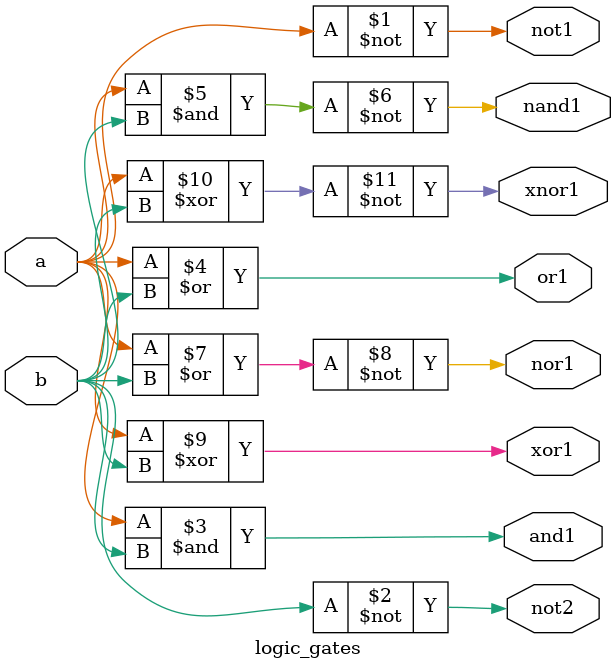
<source format=v>
`timescale 1ns / 1ps


module logic_gates(a,b,not1,not2,and1,or1,nand1,nor1,xor1,xnor1);
input a,b;
output not1,not2,and1,or1,nand1,nor1,xor1,xnor1;
assign not1 = ~a;
assign not2 = ~b;
assign and1 = a & b;
assign or1 = a | b;
assign nand1 = ~(a & b);
assign nor1= ~(a|b);
assign xor1 = a^b;
assign xnor1 = ~(a^b);

endmodule

</source>
